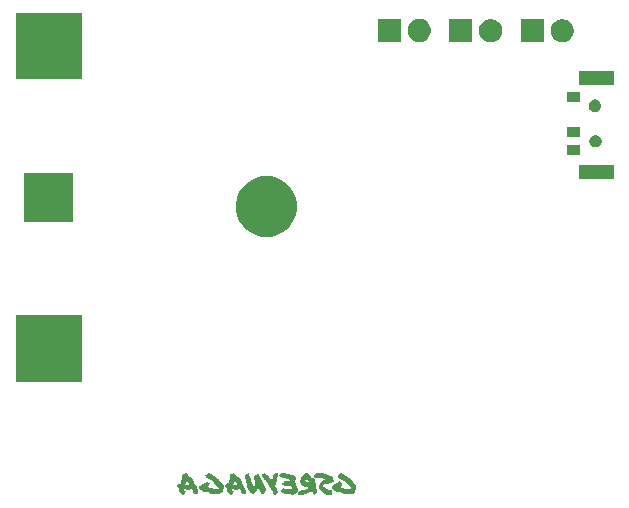
<source format=gbs>
G04 #@! TF.GenerationSoftware,KiCad,Pcbnew,5.0.2-bee76a0~70~ubuntu16.04.1*
G04 #@! TF.CreationDate,2019-01-04T08:40:48-07:00*
G04 #@! TF.ProjectId,MakerCozumel,4d616b65-7243-46f7-9a75-6d656c2e6b69,rev?*
G04 #@! TF.SameCoordinates,Original*
G04 #@! TF.FileFunction,Soldermask,Bot*
G04 #@! TF.FilePolarity,Negative*
%FSLAX46Y46*%
G04 Gerber Fmt 4.6, Leading zero omitted, Abs format (unit mm)*
G04 Created by KiCad (PCBNEW 5.0.2-bee76a0~70~ubuntu16.04.1) date Fri 04 Jan 2019 08:40:48 MST*
%MOMM*%
%LPD*%
G01*
G04 APERTURE LIST*
%ADD10C,0.100000*%
G04 APERTURE END LIST*
D10*
G04 #@! TO.C,svg2mod*
G36*
X131042127Y-125069380D02*
X131890797Y-124561327D01*
X131732201Y-124549580D01*
X131570669Y-124523146D01*
X131614725Y-124341055D01*
X131664651Y-124150153D01*
X131682274Y-124179522D01*
X131796815Y-124317558D01*
X131887860Y-124461470D01*
X131923105Y-124514337D01*
X131955409Y-124567205D01*
X131923105Y-124564282D01*
X131890795Y-124561359D01*
X131890797Y-124561327D01*
X131042127Y-125069380D01*
X131094994Y-125172174D01*
X131174293Y-125263219D01*
X131274149Y-125327832D01*
X131391628Y-125357201D01*
X131444495Y-125336644D01*
X131470929Y-125319021D01*
X131488551Y-125310210D01*
X131500297Y-125301399D01*
X131535542Y-125286711D01*
X131523796Y-125248531D01*
X131526719Y-125213286D01*
X131561964Y-125175106D01*
X131579586Y-125157484D01*
X131594274Y-125139861D01*
X131644200Y-125084059D01*
X131564903Y-125063501D01*
X131467983Y-125010634D01*
X131447425Y-124901966D01*
X131547282Y-124899044D01*
X131626579Y-124919601D01*
X131735247Y-124946035D01*
X131852726Y-124954846D01*
X131896782Y-124954846D01*
X131940838Y-124949000D01*
X131970207Y-124943155D01*
X131981953Y-124907910D01*
X131993699Y-124896163D01*
X132026009Y-124857983D01*
X132031855Y-124793370D01*
X132049478Y-124740503D01*
X132075911Y-124813927D01*
X132087658Y-124843296D01*
X132117026Y-124849142D01*
X132125838Y-124863829D01*
X132128760Y-124878516D01*
X132143448Y-124928443D01*
X132155194Y-124940189D01*
X132166940Y-124949000D01*
X132181628Y-125001868D01*
X132199250Y-125051794D01*
X132225684Y-125128155D01*
X132231530Y-125198641D01*
X132243276Y-125230951D01*
X132275586Y-125260320D01*
X132310831Y-125277943D01*
X132328453Y-125289689D01*
X132343141Y-125295535D01*
X132351952Y-125327838D01*
X132387197Y-125333684D01*
X132434188Y-125342495D01*
X132463557Y-125345418D01*
X132492926Y-125342495D01*
X132542852Y-125301380D01*
X132583967Y-125269070D01*
X132613336Y-125216203D01*
X132619182Y-125183899D01*
X132625027Y-125154530D01*
X132633839Y-125136908D01*
X132672019Y-125101663D01*
X132639709Y-125075229D01*
X132636786Y-125025303D01*
X132513434Y-124737481D01*
X132375397Y-124455533D01*
X132331340Y-124361551D01*
X132284349Y-124267568D01*
X132287272Y-124247011D01*
X132281426Y-124220577D01*
X132228559Y-124132468D01*
X132187444Y-124050233D01*
X132140452Y-123953313D01*
X132075839Y-123856394D01*
X132028848Y-123835836D01*
X132008291Y-123829991D01*
X131981857Y-123824145D01*
X131937801Y-123829991D01*
X131793890Y-123724260D01*
X131667601Y-123556853D01*
X131638232Y-123515738D01*
X131600052Y-123539231D01*
X131558937Y-123556853D01*
X131503134Y-123571541D01*
X131403278Y-123597974D01*
X131326917Y-123642031D01*
X131306359Y-123712517D01*
X131297548Y-123759509D01*
X131282861Y-123859365D01*
X131271115Y-123970969D01*
X131247616Y-124070826D01*
X131227058Y-124167745D01*
X131197690Y-124305783D01*
X131159510Y-124429135D01*
X131130141Y-124432058D01*
X131100772Y-124423246D01*
X131062592Y-124417401D01*
X131030288Y-124414478D01*
X131018542Y-124443847D01*
X130989173Y-124473215D01*
X130933371Y-124490838D01*
X130901061Y-124517272D01*
X130877568Y-124534894D01*
X130833512Y-124552516D01*
X130857005Y-124596573D01*
X130942176Y-124699366D01*
X131062592Y-124778664D01*
X131059669Y-124813909D01*
X131050858Y-124846213D01*
X131036170Y-124949006D01*
X131036170Y-125057674D01*
X131042016Y-125069420D01*
X131042127Y-125069380D01*
X131042127Y-125069380D01*
G37*
G36*
X132743120Y-124787432D02*
X132928149Y-124984208D01*
X133180727Y-125098750D01*
X133471486Y-125178047D01*
X133762245Y-125269093D01*
X133835669Y-125272016D01*
X133894407Y-125280827D01*
X133947274Y-125289638D01*
X134006011Y-125295484D01*
X134020699Y-125301330D01*
X134029510Y-125313076D01*
X134120556Y-125321887D01*
X134185169Y-125321887D01*
X134258593Y-125330699D01*
X134323206Y-125339510D01*
X134669767Y-125183851D01*
X134807804Y-124778551D01*
X134813650Y-124760928D01*
X134825396Y-124752117D01*
X134819551Y-124702191D01*
X134816628Y-124649323D01*
X134643347Y-124349754D01*
X134411328Y-124103049D01*
X134376083Y-124067804D01*
X134349649Y-124032559D01*
X134317345Y-124003190D01*
X134273289Y-123982633D01*
X134126441Y-123853407D01*
X133947287Y-123741802D01*
X133762258Y-123633135D01*
X133591915Y-123509782D01*
X133544924Y-123518593D01*
X133512620Y-123518593D01*
X133456817Y-123580269D01*
X133383394Y-123618449D01*
X133312907Y-123662505D01*
X133262981Y-123732992D01*
X133280603Y-123747680D01*
X133271792Y-123774113D01*
X133268869Y-123800547D01*
X133289426Y-123812293D01*
X133271804Y-123829916D01*
X133254181Y-123844603D01*
X133262993Y-123868096D01*
X133262993Y-123897465D01*
X133395156Y-123970888D01*
X133544940Y-124047250D01*
X133706473Y-124132421D01*
X133868006Y-124235214D01*
X134029538Y-124367378D01*
X134188134Y-124517163D01*
X134332045Y-124681632D01*
X134446586Y-124846102D01*
X134434840Y-124869594D01*
X134420152Y-124890152D01*
X134246872Y-124890152D01*
X134082403Y-124898963D01*
X134070656Y-124881341D01*
X134055975Y-124863718D01*
X133744657Y-124810851D01*
X133450961Y-124731553D01*
X133495018Y-124716865D01*
X133530262Y-124702184D01*
X133530262Y-124678691D01*
X133500894Y-124655193D01*
X133568444Y-124596455D01*
X133597812Y-124502472D01*
X133580190Y-124467227D01*
X133597812Y-124434917D01*
X133612494Y-124434917D01*
X133618340Y-124443728D01*
X133621262Y-124455475D01*
X133635950Y-124452552D01*
X133624204Y-124408496D01*
X133606581Y-124367381D01*
X133403931Y-124232281D01*
X133324633Y-124285148D01*
X133227714Y-124340951D01*
X133121983Y-124396753D01*
X133019189Y-124449620D01*
X132945766Y-124496612D01*
X132884089Y-124558288D01*
X132825352Y-124617025D01*
X132751927Y-124666952D01*
X132749005Y-124728628D01*
X132743159Y-124787366D01*
X132743120Y-124787432D01*
X132743120Y-124787432D01*
G37*
G36*
X135098150Y-125069380D02*
X135946831Y-124561327D01*
X135788235Y-124549580D01*
X135626702Y-124523146D01*
X135670758Y-124341055D01*
X135720685Y-124150153D01*
X135738307Y-124179522D01*
X135852848Y-124317558D01*
X135943894Y-124461470D01*
X135979139Y-124514337D01*
X136011449Y-124567205D01*
X135979139Y-124564282D01*
X135946835Y-124561359D01*
X135946831Y-124561327D01*
X135098150Y-125069380D01*
X135151017Y-125172174D01*
X135230315Y-125263219D01*
X135330172Y-125327832D01*
X135447650Y-125357201D01*
X135500517Y-125336644D01*
X135526951Y-125319021D01*
X135544574Y-125310210D01*
X135556320Y-125301399D01*
X135591565Y-125286711D01*
X135579819Y-125248531D01*
X135582741Y-125213286D01*
X135617986Y-125175106D01*
X135635609Y-125157484D01*
X135650296Y-125139861D01*
X135700223Y-125084059D01*
X135620925Y-125063501D01*
X135524005Y-125010634D01*
X135503448Y-124901966D01*
X135603304Y-124899044D01*
X135682603Y-124919601D01*
X135791270Y-124946035D01*
X135908748Y-124954846D01*
X135952804Y-124954846D01*
X135996861Y-124949000D01*
X136026229Y-124943155D01*
X136037976Y-124907910D01*
X136049722Y-124896163D01*
X136082032Y-124857983D01*
X136087878Y-124793370D01*
X136105500Y-124740503D01*
X136131934Y-124813927D01*
X136143680Y-124843296D01*
X136173049Y-124849142D01*
X136181860Y-124863829D01*
X136184783Y-124878516D01*
X136199470Y-124928443D01*
X136211217Y-124940189D01*
X136222963Y-124949000D01*
X136237650Y-125001868D01*
X136255273Y-125051794D01*
X136281707Y-125128155D01*
X136287552Y-125198641D01*
X136299299Y-125230951D01*
X136331602Y-125260320D01*
X136366847Y-125277943D01*
X136384470Y-125289689D01*
X136399157Y-125295535D01*
X136407968Y-125327838D01*
X136443213Y-125333684D01*
X136490205Y-125342495D01*
X136519573Y-125345418D01*
X136548942Y-125342495D01*
X136598868Y-125301380D01*
X136639984Y-125269070D01*
X136669352Y-125216203D01*
X136675198Y-125183899D01*
X136681044Y-125154530D01*
X136689855Y-125136908D01*
X136728035Y-125101663D01*
X136695731Y-125075229D01*
X136692808Y-125025303D01*
X136569456Y-124737481D01*
X136431419Y-124455533D01*
X136387363Y-124361551D01*
X136340372Y-124267568D01*
X136343294Y-124247011D01*
X136337449Y-124220577D01*
X136284581Y-124132468D01*
X136243466Y-124050233D01*
X136196475Y-123953313D01*
X136131862Y-123856394D01*
X136084871Y-123835836D01*
X136064313Y-123829991D01*
X136037879Y-123824145D01*
X135993823Y-123829991D01*
X135849912Y-123724260D01*
X135723623Y-123556853D01*
X135694254Y-123515738D01*
X135656074Y-123539231D01*
X135614959Y-123556853D01*
X135559156Y-123571541D01*
X135459300Y-123597974D01*
X135382939Y-123642031D01*
X135362381Y-123712517D01*
X135353570Y-123759509D01*
X135338883Y-123859365D01*
X135327136Y-123970969D01*
X135303644Y-124070826D01*
X135283086Y-124167745D01*
X135253718Y-124305783D01*
X135215538Y-124429135D01*
X135186169Y-124432058D01*
X135156800Y-124423246D01*
X135118620Y-124417401D01*
X135086310Y-124414478D01*
X135074564Y-124443847D01*
X135045195Y-124473215D01*
X134989393Y-124490838D01*
X134957089Y-124517272D01*
X134933590Y-124534894D01*
X134889534Y-124552516D01*
X134913033Y-124596573D01*
X134998204Y-124699366D01*
X135118619Y-124778664D01*
X135115697Y-124813909D01*
X135106885Y-124846213D01*
X135092204Y-124949006D01*
X135092204Y-125057674D01*
X135098050Y-125069420D01*
X135098150Y-125069380D01*
X135098150Y-125069380D01*
G37*
G36*
X137747286Y-124781558D02*
X137785466Y-124813868D01*
X137808958Y-124863794D01*
X137829516Y-124913721D01*
X137858885Y-124934278D01*
X137876507Y-124975393D01*
X137900006Y-125013573D01*
X137917628Y-125054688D01*
X137911783Y-125104615D01*
X137941151Y-125154541D01*
X137955839Y-125216217D01*
X137979331Y-125266143D01*
X138043944Y-125283766D01*
X138046867Y-125298453D01*
X138038056Y-125319011D01*
X138087982Y-125321934D01*
X138126162Y-125336615D01*
X138220145Y-125274939D01*
X138284758Y-125178019D01*
X138334684Y-125066415D01*
X138375799Y-124969496D01*
X138372876Y-124907819D01*
X138393434Y-124854952D01*
X138357044Y-124777948D01*
X138319826Y-124699661D01*
X138281786Y-124620087D01*
X138242918Y-124539229D01*
X138203222Y-124457086D01*
X138162704Y-124373658D01*
X138121357Y-124288945D01*
X138079183Y-124202947D01*
X138036874Y-124116445D01*
X137995114Y-124030217D01*
X137953901Y-123944265D01*
X137913243Y-123858589D01*
X137873132Y-123773188D01*
X137833576Y-123688062D01*
X137794568Y-123603211D01*
X137756114Y-123518636D01*
X137623951Y-123580312D01*
X137503535Y-123656673D01*
X137409553Y-123759467D01*
X137359627Y-123885755D01*
X137374314Y-123900443D01*
X137386060Y-123903366D01*
X137374314Y-123923923D01*
X137374314Y-123935670D01*
X137374314Y-123953292D01*
X137365503Y-123979726D01*
X137383125Y-123982649D01*
X137400748Y-123982649D01*
X137394902Y-124035516D01*
X137406648Y-124073696D01*
X137421336Y-124108941D01*
X137418413Y-124155932D01*
X137433100Y-124161778D01*
X137438946Y-124170589D01*
X137447757Y-124179400D01*
X137459504Y-124179400D01*
X137453658Y-124308627D01*
X137459504Y-124440790D01*
X137456581Y-124578827D01*
X137436023Y-124725675D01*
X137268617Y-124567078D01*
X137165823Y-124349744D01*
X137104147Y-124091292D01*
X137060091Y-123809344D01*
X137018976Y-123744731D01*
X136992542Y-123665432D01*
X136969049Y-123580261D01*
X136939681Y-123500963D01*
X136866256Y-123530332D01*
X136807519Y-123577323D01*
X136751716Y-123624314D01*
X136678293Y-123650748D01*
X136613680Y-123747667D01*
X136575500Y-123847524D01*
X136598992Y-123900392D01*
X136613680Y-123959129D01*
X136637172Y-124014932D01*
X136678287Y-124056047D01*
X136701780Y-124197021D01*
X136728213Y-124320373D01*
X136748771Y-124449599D01*
X136754617Y-124593510D01*
X136804543Y-124737421D01*
X136845658Y-124875458D01*
X136919082Y-124966504D01*
X136974885Y-125072234D01*
X136989572Y-125078080D01*
X137010130Y-125069269D01*
X137010130Y-125086891D01*
X137018941Y-125098637D01*
X137024787Y-125110384D01*
X137018941Y-125133882D01*
X137092365Y-125183809D01*
X137162852Y-125242546D01*
X137250961Y-125277791D01*
X137383124Y-125257233D01*
X137597522Y-125054584D01*
X137747307Y-124781446D01*
X137747286Y-124781558D01*
X137747286Y-124781558D01*
G37*
G36*
X138613688Y-124546602D02*
X138648933Y-124590658D01*
X138678302Y-124640584D01*
X138710606Y-124702261D01*
X138754662Y-124755128D01*
X138784031Y-124825615D01*
X138831022Y-124881417D01*
X138969059Y-125136932D01*
X138986681Y-125189800D01*
X139013115Y-125236791D01*
X139024861Y-125257349D01*
X139033672Y-125272036D01*
X139039518Y-125301405D01*
X139071828Y-125342520D01*
X139104132Y-125374824D01*
X139124689Y-125398316D01*
X139168746Y-125415939D01*
X139430135Y-125186856D01*
X139427212Y-125157487D01*
X139418401Y-125128119D01*
X139406655Y-125092874D01*
X139380221Y-125010639D01*
X139330295Y-124937215D01*
X139303861Y-124872602D01*
X139233374Y-124734565D01*
X139168761Y-124622961D01*
X139130581Y-124558348D01*
X139201068Y-124473176D01*
X139268618Y-124332202D01*
X139309733Y-124211786D01*
X139318545Y-124147173D01*
X139330291Y-124091371D01*
X139344978Y-124026758D01*
X139350824Y-123959208D01*
X139368447Y-123918093D01*
X139362601Y-123888724D01*
X139359678Y-123835857D01*
X139374365Y-123765370D01*
X139389053Y-123700757D01*
X139391976Y-123630270D01*
X139374353Y-123565657D01*
X139318551Y-123509854D01*
X139268624Y-123506931D01*
X139218698Y-123536300D01*
X139168772Y-123562734D01*
X139107096Y-123592102D01*
X139045420Y-123630282D01*
X139024862Y-123671398D01*
X138986682Y-123703701D01*
X138986682Y-123736011D01*
X138983760Y-123768315D01*
X138972013Y-123815306D01*
X138960267Y-123850551D01*
X138951456Y-123929849D01*
X138933833Y-123997399D01*
X138916211Y-124064949D01*
X138913288Y-124141310D01*
X138883919Y-124120752D01*
X138872173Y-124111941D01*
X138860427Y-124103130D01*
X138687146Y-123868174D01*
X138692992Y-123838805D01*
X138631316Y-123780067D01*
X138587260Y-123736011D01*
X138549080Y-123691955D01*
X138516770Y-123668456D01*
X138249507Y-123486365D01*
X138208392Y-123480519D01*
X138196646Y-123518699D01*
X138149654Y-123577437D01*
X138070356Y-123627363D01*
X138043923Y-123644986D01*
X138029235Y-123689042D01*
X138032158Y-123715476D01*
X138020412Y-123744844D01*
X138079149Y-123847638D01*
X138143762Y-123906376D01*
X138193689Y-123950432D01*
X138225992Y-123997423D01*
X138246550Y-124020922D01*
X138325848Y-124114904D01*
X138334659Y-124150149D01*
X138369904Y-124150149D01*
X138384592Y-124161895D01*
X138413960Y-124211822D01*
X138443329Y-124250002D01*
X138458017Y-124264689D01*
X138466828Y-124288182D01*
X138475639Y-124311674D01*
X138522630Y-124370412D01*
X138543188Y-124411527D01*
X138566680Y-124458518D01*
X138598984Y-124502574D01*
X138613672Y-124546631D01*
X138613688Y-124546602D01*
X138613688Y-124546602D01*
G37*
G36*
X139483027Y-123662577D02*
X139483027Y-123694887D01*
X139485950Y-123712510D01*
X139485950Y-123733067D01*
X139480104Y-123762436D01*
X139624015Y-123900473D01*
X139797296Y-123953340D01*
X139991135Y-123985650D01*
X140184974Y-124062011D01*
X140255461Y-124062011D01*
X140343570Y-124070822D01*
X140387626Y-124097256D01*
X140440494Y-124111943D01*
X140431682Y-124167745D01*
X140422871Y-124211802D01*
X140196725Y-124208879D01*
X139950021Y-124194191D01*
X139952943Y-124214749D01*
X139955866Y-124229436D01*
X139914751Y-124267616D01*
X139873636Y-124308731D01*
X139832521Y-124343976D01*
X139779654Y-124352788D01*
X139764966Y-124405655D01*
X139770812Y-124461457D01*
X139864794Y-124529007D01*
X139964651Y-124587745D01*
X140073319Y-124631801D01*
X140199608Y-124643547D01*
X140223101Y-124643547D01*
X140240723Y-124634736D01*
X140308274Y-124643547D01*
X140372886Y-124652359D01*
X140452184Y-124640612D01*
X140531482Y-124628866D01*
X140616654Y-124761029D01*
X140684204Y-124910814D01*
X140519734Y-124922560D01*
X140393445Y-124913749D01*
X140273030Y-124899068D01*
X140117371Y-124893222D01*
X139979334Y-124852107D01*
X139829550Y-124816862D01*
X139788434Y-124849166D01*
X139756125Y-124890281D01*
X139720880Y-124922591D01*
X139676823Y-124934337D01*
X139662136Y-124963706D01*
X139653325Y-124993075D01*
X139644514Y-125019508D01*
X139618080Y-125025354D01*
X139720874Y-125175139D01*
X139850100Y-125251500D01*
X140014569Y-125292615D01*
X140211345Y-125327860D01*
X140255401Y-125324938D01*
X140296517Y-125319092D01*
X140458049Y-125345525D01*
X140648951Y-125354337D01*
X140833980Y-125327903D01*
X140977891Y-125251542D01*
X141010201Y-125204551D01*
X141048381Y-125160495D01*
X141060127Y-125075324D01*
X141077749Y-124978404D01*
X141092431Y-124875610D01*
X141086585Y-124784564D01*
X141051340Y-124705267D01*
X141030783Y-124628906D01*
X141013160Y-124614224D01*
X140989667Y-124602478D01*
X140951487Y-124502621D01*
X140910372Y-124411576D01*
X140866316Y-124323467D01*
X140822260Y-124220674D01*
X140883936Y-124138439D01*
X140910370Y-124047393D01*
X140925057Y-123953410D01*
X140945615Y-123853554D01*
X140875127Y-123783067D01*
X140781145Y-123736076D01*
X140672478Y-123706707D01*
X140549126Y-123680273D01*
X140340601Y-123621536D01*
X140158510Y-123589232D01*
X139970545Y-123562798D01*
X139750273Y-123527553D01*
X139700346Y-123553987D01*
X139673913Y-123539300D01*
X139659225Y-123521677D01*
X139585802Y-123606849D01*
X139483008Y-123662651D01*
X139483027Y-123662577D01*
X139483027Y-123662577D01*
G37*
G36*
X142276075Y-125010641D02*
X142111602Y-124367475D01*
X141897204Y-124311673D01*
X141685743Y-124223564D01*
X141750356Y-124076716D01*
X141856087Y-124003292D01*
X141856089Y-124003293D01*
X141929513Y-124088464D01*
X142005874Y-124167762D01*
X142070487Y-124255871D01*
X142111602Y-124367475D01*
X142276075Y-125010641D01*
X142334812Y-125189796D01*
X142408237Y-125313147D01*
X142461104Y-125321959D01*
X142493414Y-125348392D01*
X142531594Y-125348392D01*
X142552152Y-125333705D01*
X142575650Y-125319017D01*
X142613830Y-125313172D01*
X142628518Y-125269116D01*
X142666698Y-125254428D01*
X142663775Y-125216248D01*
X142672586Y-125186879D01*
X142678432Y-125160446D01*
X142675509Y-125125201D01*
X142699001Y-125104643D01*
X142719559Y-125063528D01*
X142701937Y-124963672D01*
X142681379Y-124875563D01*
X142657886Y-124793328D01*
X142666698Y-124708156D01*
X142649075Y-124705233D01*
X142640264Y-124669988D01*
X142637341Y-124625932D01*
X142640264Y-124587752D01*
X142593273Y-124432094D01*
X142558028Y-124270561D01*
X142522783Y-124114902D01*
X142475792Y-123973928D01*
X142405305Y-123982739D01*
X142355378Y-124015043D01*
X142220278Y-123874069D01*
X142099863Y-123709599D01*
X141964763Y-123568626D01*
X141773861Y-123495202D01*
X141644635Y-123586248D01*
X141524219Y-123703726D01*
X141486039Y-123730159D01*
X141444924Y-123756593D01*
X141444924Y-123791838D01*
X141389122Y-123868199D01*
X141348007Y-123959245D01*
X141312762Y-124056164D01*
X141271647Y-124147210D01*
X141277492Y-124173644D01*
X141274569Y-124194201D01*
X141265758Y-124217700D01*
X141265758Y-124250004D01*
X141350930Y-124458527D01*
X141530084Y-124590691D01*
X141756230Y-124675862D01*
X141973565Y-124752223D01*
X141964754Y-124763970D01*
X141955942Y-124778657D01*
X141844338Y-124849144D01*
X141767978Y-124893200D01*
X141688679Y-124925510D01*
X141568264Y-124954879D01*
X141450786Y-124984248D01*
X141371488Y-125001870D01*
X141301001Y-125013616D01*
X141195270Y-125022428D01*
X141151214Y-125087041D01*
X141124780Y-125160465D01*
X141121857Y-125230952D01*
X141142415Y-125283819D01*
X141130669Y-125292631D01*
X141107170Y-125292631D01*
X141136539Y-125321999D01*
X141160031Y-125357244D01*
X141186465Y-125386613D01*
X141227580Y-125404236D01*
X141456663Y-125407158D01*
X141806161Y-125295554D01*
X141979441Y-125225067D01*
X142093982Y-125163391D01*
X142182091Y-125095841D01*
X142276074Y-125010669D01*
X142276075Y-125010641D01*
X142276075Y-125010641D01*
G37*
G36*
X144102863Y-123994453D02*
X144038249Y-123888723D01*
X143938393Y-123815299D01*
X143823851Y-123762432D01*
X143712247Y-123727187D01*
X143462606Y-123633204D01*
X143189468Y-123550969D01*
X142901647Y-123506913D01*
X142593266Y-123542158D01*
X142566832Y-123597960D01*
X142531587Y-123650828D01*
X142496342Y-123703695D01*
X142478720Y-123753622D01*
X142431729Y-123812359D01*
X142425883Y-123891657D01*
X142484620Y-123935713D01*
X142543358Y-123968017D01*
X142763630Y-123950395D01*
X142963343Y-123965082D01*
X143027956Y-123938648D01*
X143104317Y-123950395D01*
X143183615Y-123973887D01*
X143257038Y-123979733D01*
X143330463Y-124012037D01*
X143421508Y-124023783D01*
X143415663Y-124044341D01*
X143412740Y-124061963D01*
X143368684Y-124091332D01*
X143309946Y-124108954D01*
X143254144Y-124132447D01*
X143221840Y-124173562D01*
X143145479Y-124194120D01*
X143092611Y-124244046D01*
X143063242Y-124308659D01*
X143051496Y-124367396D01*
X143030939Y-124387954D01*
X143004505Y-124399700D01*
X142960449Y-124478998D01*
X142904646Y-124564170D01*
X142895835Y-124696333D01*
X142916392Y-124810875D01*
X143039745Y-125004713D01*
X143215962Y-125157435D01*
X143424486Y-125269039D01*
X143641821Y-125348338D01*
X143665320Y-125348338D01*
X143671165Y-125333650D01*
X143724033Y-125360084D01*
X143782770Y-125363007D01*
X143850320Y-125360084D01*
X143911997Y-125363007D01*
X143950177Y-125321892D01*
X143973669Y-125274900D01*
X143988357Y-125260213D01*
X143997168Y-125245526D01*
X143982480Y-125213222D01*
X143991292Y-125204411D01*
X144003038Y-125198565D01*
X144005961Y-125183883D01*
X143997150Y-125131016D01*
X144002995Y-125066403D01*
X144000072Y-125004727D01*
X143956016Y-124957735D01*
X143768051Y-124951890D01*
X143597708Y-124896087D01*
X143447923Y-124819727D01*
X143304012Y-124746303D01*
X143280513Y-124702247D01*
X143245268Y-124669937D01*
X143212958Y-124637633D01*
X143192401Y-124593577D01*
X143204147Y-124570078D01*
X143215894Y-124546585D01*
X143248197Y-124537774D01*
X143374487Y-124484907D01*
X143494902Y-124434981D01*
X143556578Y-124443792D01*
X143627065Y-124426169D01*
X143820904Y-124405612D01*
X143997122Y-124352744D01*
X144011809Y-124326311D01*
X144044113Y-124320465D01*
X144079358Y-124276409D01*
X144111662Y-124226482D01*
X144102850Y-124167745D01*
X144120473Y-124117819D01*
X144102850Y-124056142D01*
X144102850Y-123994466D01*
X144102863Y-123994453D01*
X144102863Y-123994453D01*
G37*
G36*
X143944267Y-124787432D02*
X144025768Y-124899771D01*
X144129295Y-124984208D01*
X144249711Y-125046619D01*
X144381874Y-125098749D01*
X144523582Y-125140601D01*
X144672632Y-125178044D01*
X144820214Y-125218429D01*
X144963391Y-125269092D01*
X145002302Y-125269823D01*
X145036810Y-125272015D01*
X145066179Y-125275668D01*
X145095547Y-125280844D01*
X145121981Y-125284498D01*
X145148415Y-125289674D01*
X145176316Y-125292597D01*
X145207152Y-125295519D01*
X145216700Y-125295519D01*
X145221815Y-125301365D01*
X145225469Y-125307211D01*
X145230645Y-125313118D01*
X145278373Y-125319724D01*
X145300587Y-125321369D01*
X145321699Y-125321919D01*
X145337853Y-125321919D01*
X145354008Y-125321919D01*
X145370163Y-125321919D01*
X145386318Y-125321919D01*
X145404123Y-125322470D01*
X145422294Y-125324114D01*
X145440836Y-125326854D01*
X145459743Y-125330690D01*
X145477000Y-125335622D01*
X145493521Y-125338728D01*
X145509304Y-125340007D01*
X145524357Y-125339457D01*
X145628619Y-125325324D01*
X145721133Y-125294670D01*
X145801899Y-125247496D01*
X145870918Y-125183800D01*
X145925801Y-125103401D01*
X145967099Y-125009051D01*
X145994817Y-124900750D01*
X146008951Y-124778499D01*
X146008220Y-124771893D01*
X146008951Y-124766778D01*
X146011143Y-124763124D01*
X146014796Y-124760932D01*
X146017719Y-124759288D01*
X146020642Y-124757278D01*
X146023565Y-124754903D01*
X146026488Y-124752163D01*
X146026123Y-124738030D01*
X146025027Y-124724999D01*
X146023200Y-124713070D01*
X146020642Y-124702243D01*
X146017171Y-124691227D01*
X146015527Y-124678744D01*
X146015715Y-124664794D01*
X146017725Y-124649376D01*
X145978260Y-124570078D01*
X145936225Y-124493717D01*
X145891621Y-124420293D01*
X145844447Y-124349806D01*
X145793602Y-124281522D01*
X145737982Y-124217643D01*
X145677588Y-124158169D01*
X145612424Y-124103103D01*
X145602511Y-124094292D01*
X145593334Y-124085481D01*
X145584888Y-124076669D01*
X145577179Y-124067858D01*
X145570018Y-124059047D01*
X145563223Y-124050236D01*
X145556798Y-124041424D01*
X145550770Y-124032613D01*
X145543244Y-124024167D01*
X145535352Y-124016458D01*
X145518466Y-124003244D01*
X145498639Y-123990761D01*
X145474410Y-123982687D01*
X145406860Y-123915137D01*
X145327562Y-123853461D01*
X145240188Y-123796191D01*
X145148408Y-123741856D01*
X145055159Y-123686790D01*
X144963379Y-123633192D01*
X144873802Y-123574454D01*
X144793036Y-123509841D01*
X144765135Y-123519389D01*
X144746045Y-123518659D01*
X144730626Y-123515736D01*
X144713741Y-123518659D01*
X144689511Y-123556108D01*
X144657938Y-123580337D01*
X144620489Y-123598690D01*
X144584513Y-123618517D01*
X144547801Y-123638344D01*
X144514023Y-123662573D01*
X144485385Y-123693410D01*
X144464097Y-123733057D01*
X144477317Y-123736711D01*
X144481701Y-123747726D01*
X144478048Y-123760210D01*
X144472872Y-123774160D01*
X144469218Y-123786643D01*
X144469949Y-123800594D01*
X144475064Y-123809405D01*
X144490482Y-123812328D01*
X144484636Y-123824074D01*
X144472878Y-123829920D01*
X144459664Y-123833574D01*
X144455280Y-123844589D01*
X144457472Y-123857803D01*
X144464079Y-123868082D01*
X144467002Y-123879828D01*
X144464079Y-123897451D01*
X144526488Y-123934894D01*
X144596242Y-123970869D01*
X144668931Y-124007582D01*
X144746026Y-124047229D01*
X144824590Y-124087614D01*
X144907559Y-124132401D01*
X144989060Y-124180129D01*
X145069092Y-124235194D01*
X145149124Y-124297604D01*
X145230624Y-124367357D01*
X145311391Y-124440047D01*
X145350673Y-124478045D01*
X145389219Y-124517144D01*
X145426851Y-124557157D01*
X145463380Y-124597907D01*
X145498808Y-124639393D01*
X145533134Y-124681611D01*
X145565626Y-124722726D01*
X145595549Y-124763841D01*
X145622896Y-124804956D01*
X145647674Y-124846071D01*
X145644751Y-124853049D01*
X145641828Y-124859291D01*
X145638905Y-124864771D01*
X145635982Y-124869521D01*
X145631780Y-124872992D01*
X145627944Y-124877559D01*
X145624473Y-124883222D01*
X145621368Y-124890023D01*
X145575296Y-124892216D01*
X145531057Y-124892946D01*
X145488657Y-124892216D01*
X145448090Y-124890023D01*
X145406975Y-124887283D01*
X145365860Y-124887834D01*
X145324745Y-124891670D01*
X145283630Y-124898831D01*
X145279611Y-124895543D01*
X145276323Y-124891524D01*
X145273765Y-124886774D01*
X145271938Y-124881233D01*
X145269929Y-124875753D01*
X145266823Y-124871003D01*
X145262622Y-124866984D01*
X145257263Y-124863696D01*
X145095730Y-124841665D01*
X144945945Y-124810822D01*
X144800566Y-124771905D01*
X144652250Y-124731521D01*
X144675011Y-124723440D01*
X144696306Y-124716834D01*
X144713928Y-124708759D01*
X144731551Y-124702152D01*
X144738894Y-124688938D01*
X144731551Y-124678666D01*
X144715396Y-124666919D01*
X144702182Y-124655167D01*
X144739625Y-124628739D01*
X144769731Y-124596430D01*
X144788821Y-124555308D01*
X144799100Y-124502441D01*
X144785886Y-124486286D01*
X144781501Y-124467196D01*
X144785886Y-124448837D01*
X144799100Y-124434886D01*
X144808648Y-124433425D01*
X144813763Y-124434886D01*
X144816685Y-124438540D01*
X144819608Y-124443716D01*
X144820339Y-124449561D01*
X144822531Y-124455468D01*
X144827646Y-124456199D01*
X144837200Y-124452545D01*
X144832816Y-124428316D01*
X144825466Y-124408489D01*
X144815187Y-124389399D01*
X144807844Y-124367374D01*
X144706519Y-124299824D01*
X144605194Y-124232274D01*
X144569212Y-124257234D01*
X144525893Y-124285141D01*
X144478165Y-124312306D01*
X144428969Y-124340944D01*
X144376102Y-124368108D01*
X144323240Y-124396746D01*
X144269642Y-124423180D01*
X144220447Y-124449614D01*
X144181536Y-124470171D01*
X144147028Y-124496605D01*
X144115455Y-124526711D01*
X144085349Y-124558284D01*
X144055980Y-124587652D01*
X144026612Y-124617021D01*
X143992103Y-124644186D01*
X143953193Y-124666947D01*
X143955385Y-124701456D01*
X143950270Y-124728620D01*
X143944424Y-124755048D01*
X143944445Y-124787358D01*
X143944426Y-124787391D01*
X143944267Y-124787432D01*
X143944267Y-124787432D01*
G37*
G36*
X122841200Y-115803800D02*
X117188800Y-115803800D01*
X117188800Y-110151400D01*
X122841200Y-110151400D01*
X122841200Y-115803800D01*
X122841200Y-115803800D01*
G37*
G36*
X138849639Y-98421801D02*
X139181452Y-98487802D01*
X139650286Y-98682000D01*
X139650288Y-98682001D01*
X140072232Y-98963935D01*
X140431064Y-99322767D01*
X140713000Y-99744714D01*
X140907198Y-100213548D01*
X141006200Y-100711267D01*
X141006200Y-101218733D01*
X140907198Y-101716452D01*
X140713000Y-102185286D01*
X140712999Y-102185288D01*
X140431065Y-102607232D01*
X140072232Y-102966065D01*
X139650288Y-103247999D01*
X139650287Y-103248000D01*
X139650286Y-103248000D01*
X139181452Y-103442198D01*
X138849639Y-103508199D01*
X138683734Y-103541200D01*
X138176266Y-103541200D01*
X138010361Y-103508199D01*
X137678548Y-103442198D01*
X137209714Y-103248000D01*
X137209713Y-103248000D01*
X137209712Y-103247999D01*
X136787768Y-102966065D01*
X136428935Y-102607232D01*
X136147001Y-102185288D01*
X136147000Y-102185286D01*
X135952802Y-101716452D01*
X135853800Y-101218733D01*
X135853800Y-100711267D01*
X135952802Y-100213548D01*
X136147000Y-99744714D01*
X136428936Y-99322767D01*
X136787768Y-98963935D01*
X137209712Y-98682001D01*
X137209714Y-98682000D01*
X137678548Y-98487802D01*
X138010361Y-98421801D01*
X138176266Y-98388800D01*
X138683734Y-98388800D01*
X138849639Y-98421801D01*
X138849639Y-98421801D01*
G37*
G36*
X122091200Y-102253800D02*
X117938800Y-102253800D01*
X117938800Y-98101400D01*
X122091200Y-98101400D01*
X122091200Y-102253800D01*
X122091200Y-102253800D01*
G37*
G36*
X167816200Y-98596200D02*
X164863800Y-98596200D01*
X164863800Y-97443800D01*
X167816200Y-97443800D01*
X167816200Y-98596200D01*
X167816200Y-98596200D01*
G37*
G36*
X165016200Y-96596200D02*
X163863800Y-96596200D01*
X163863800Y-95743800D01*
X165016200Y-95743800D01*
X165016200Y-96596200D01*
X165016200Y-96596200D01*
G37*
G36*
X166443489Y-94914022D02*
X166539247Y-94953686D01*
X166625434Y-95011275D01*
X166698725Y-95084566D01*
X166756314Y-95170753D01*
X166795978Y-95266511D01*
X166816200Y-95368174D01*
X166816200Y-95471826D01*
X166795978Y-95573489D01*
X166756314Y-95669247D01*
X166698725Y-95755434D01*
X166625434Y-95828725D01*
X166539247Y-95886314D01*
X166443489Y-95925978D01*
X166341826Y-95946200D01*
X166238174Y-95946200D01*
X166136511Y-95925978D01*
X166040753Y-95886314D01*
X165954566Y-95828725D01*
X165881275Y-95755434D01*
X165823686Y-95669247D01*
X165784022Y-95573489D01*
X165763800Y-95471826D01*
X165763800Y-95368174D01*
X165784022Y-95266511D01*
X165823686Y-95170753D01*
X165881275Y-95084566D01*
X165954566Y-95011275D01*
X166040753Y-94953686D01*
X166136511Y-94914022D01*
X166238174Y-94893800D01*
X166341826Y-94893800D01*
X166443489Y-94914022D01*
X166443489Y-94914022D01*
G37*
G36*
X165016200Y-95096200D02*
X163863800Y-95096200D01*
X163863800Y-94243800D01*
X165016200Y-94243800D01*
X165016200Y-95096200D01*
X165016200Y-95096200D01*
G37*
G36*
X166393489Y-91914022D02*
X166489247Y-91953686D01*
X166575434Y-92011275D01*
X166648725Y-92084566D01*
X166706314Y-92170753D01*
X166745978Y-92266511D01*
X166766200Y-92368174D01*
X166766200Y-92471826D01*
X166745978Y-92573489D01*
X166706314Y-92669247D01*
X166648725Y-92755434D01*
X166575434Y-92828725D01*
X166489247Y-92886314D01*
X166393489Y-92925978D01*
X166291826Y-92946200D01*
X166188174Y-92946200D01*
X166086511Y-92925978D01*
X165990753Y-92886314D01*
X165904566Y-92828725D01*
X165831275Y-92755434D01*
X165773686Y-92669247D01*
X165734022Y-92573489D01*
X165713800Y-92471826D01*
X165713800Y-92368174D01*
X165734022Y-92266511D01*
X165773686Y-92170753D01*
X165831275Y-92084566D01*
X165904566Y-92011275D01*
X165990753Y-91953686D01*
X166086511Y-91914022D01*
X166188174Y-91893800D01*
X166291826Y-91893800D01*
X166393489Y-91914022D01*
X166393489Y-91914022D01*
G37*
G36*
X165016200Y-92096200D02*
X163863800Y-92096200D01*
X163863800Y-91243800D01*
X165016200Y-91243800D01*
X165016200Y-92096200D01*
X165016200Y-92096200D01*
G37*
G36*
X167816200Y-90646200D02*
X164863800Y-90646200D01*
X164863800Y-89493800D01*
X167816200Y-89493800D01*
X167816200Y-90646200D01*
X167816200Y-90646200D01*
G37*
G36*
X122841200Y-90203800D02*
X117188800Y-90203800D01*
X117188800Y-84551400D01*
X122841200Y-84551400D01*
X122841200Y-90203800D01*
X122841200Y-90203800D01*
G37*
G36*
X157688549Y-85141915D02*
X157866202Y-85215502D01*
X157866204Y-85215503D01*
X158026091Y-85322336D01*
X158162064Y-85458309D01*
X158251927Y-85592798D01*
X158268898Y-85618198D01*
X158342485Y-85795851D01*
X158380000Y-85984453D01*
X158380000Y-86176747D01*
X158342485Y-86365349D01*
X158279419Y-86517602D01*
X158268897Y-86543004D01*
X158162064Y-86702891D01*
X158026091Y-86838864D01*
X157866204Y-86945697D01*
X157866203Y-86945698D01*
X157866202Y-86945698D01*
X157688549Y-87019285D01*
X157499947Y-87056800D01*
X157307653Y-87056800D01*
X157119051Y-87019285D01*
X156941398Y-86945698D01*
X156941397Y-86945698D01*
X156941396Y-86945697D01*
X156781509Y-86838864D01*
X156645536Y-86702891D01*
X156538703Y-86543004D01*
X156528181Y-86517602D01*
X156465115Y-86365349D01*
X156427600Y-86176747D01*
X156427600Y-85984453D01*
X156465115Y-85795851D01*
X156538702Y-85618198D01*
X156555674Y-85592798D01*
X156645536Y-85458309D01*
X156781509Y-85322336D01*
X156941396Y-85215503D01*
X156941398Y-85215502D01*
X157119051Y-85141915D01*
X157307653Y-85104400D01*
X157499947Y-85104400D01*
X157688549Y-85141915D01*
X157688549Y-85141915D01*
G37*
G36*
X155840000Y-87056800D02*
X153887600Y-87056800D01*
X153887600Y-85104400D01*
X155840000Y-85104400D01*
X155840000Y-87056800D01*
X155840000Y-87056800D01*
G37*
G36*
X161910600Y-87056800D02*
X159958200Y-87056800D01*
X159958200Y-85104400D01*
X161910600Y-85104400D01*
X161910600Y-87056800D01*
X161910600Y-87056800D01*
G37*
G36*
X163759149Y-85141915D02*
X163936802Y-85215502D01*
X163936804Y-85215503D01*
X164096691Y-85322336D01*
X164232664Y-85458309D01*
X164322527Y-85592798D01*
X164339498Y-85618198D01*
X164413085Y-85795851D01*
X164450600Y-85984453D01*
X164450600Y-86176747D01*
X164413085Y-86365349D01*
X164350019Y-86517602D01*
X164339497Y-86543004D01*
X164232664Y-86702891D01*
X164096691Y-86838864D01*
X163936804Y-86945697D01*
X163936803Y-86945698D01*
X163936802Y-86945698D01*
X163759149Y-87019285D01*
X163570547Y-87056800D01*
X163378253Y-87056800D01*
X163189651Y-87019285D01*
X163011998Y-86945698D01*
X163011997Y-86945698D01*
X163011996Y-86945697D01*
X162852109Y-86838864D01*
X162716136Y-86702891D01*
X162609303Y-86543004D01*
X162598781Y-86517602D01*
X162535715Y-86365349D01*
X162498200Y-86176747D01*
X162498200Y-85984453D01*
X162535715Y-85795851D01*
X162609302Y-85618198D01*
X162626274Y-85592798D01*
X162716136Y-85458309D01*
X162852109Y-85322336D01*
X163011996Y-85215503D01*
X163011998Y-85215502D01*
X163189651Y-85141915D01*
X163378253Y-85104400D01*
X163570547Y-85104400D01*
X163759149Y-85141915D01*
X163759149Y-85141915D01*
G37*
G36*
X151643349Y-85116515D02*
X151821002Y-85190102D01*
X151821004Y-85190103D01*
X151980891Y-85296936D01*
X152116864Y-85432909D01*
X152133836Y-85458309D01*
X152223698Y-85592798D01*
X152297285Y-85770451D01*
X152334800Y-85959053D01*
X152334800Y-86151347D01*
X152297285Y-86339949D01*
X152223698Y-86517602D01*
X152223697Y-86517604D01*
X152116864Y-86677491D01*
X151980891Y-86813464D01*
X151821004Y-86920297D01*
X151821003Y-86920298D01*
X151821002Y-86920298D01*
X151643349Y-86993885D01*
X151454747Y-87031400D01*
X151262453Y-87031400D01*
X151073851Y-86993885D01*
X150896198Y-86920298D01*
X150896197Y-86920298D01*
X150896196Y-86920297D01*
X150736309Y-86813464D01*
X150600336Y-86677491D01*
X150493503Y-86517604D01*
X150493502Y-86517602D01*
X150419915Y-86339949D01*
X150382400Y-86151347D01*
X150382400Y-85959053D01*
X150419915Y-85770451D01*
X150493502Y-85592798D01*
X150583365Y-85458309D01*
X150600336Y-85432909D01*
X150736309Y-85296936D01*
X150896196Y-85190103D01*
X150896198Y-85190102D01*
X151073851Y-85116515D01*
X151262453Y-85079000D01*
X151454747Y-85079000D01*
X151643349Y-85116515D01*
X151643349Y-85116515D01*
G37*
G36*
X149794800Y-87031400D02*
X147842400Y-87031400D01*
X147842400Y-85079000D01*
X149794800Y-85079000D01*
X149794800Y-87031400D01*
X149794800Y-87031400D01*
G37*
M02*

</source>
